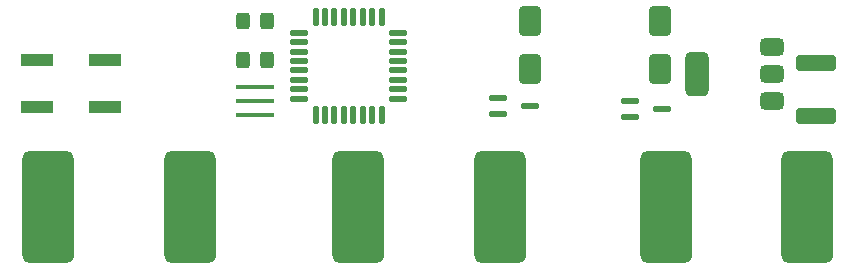
<source format=gbr>
%TF.GenerationSoftware,KiCad,Pcbnew,9.0.3*%
%TF.CreationDate,2025-12-06T16:05:57+01:00*%
%TF.ProjectId,arduinoController,61726475-696e-46f4-936f-6e74726f6c6c,rev?*%
%TF.SameCoordinates,Original*%
%TF.FileFunction,Paste,Top*%
%TF.FilePolarity,Positive*%
%FSLAX46Y46*%
G04 Gerber Fmt 4.6, Leading zero omitted, Abs format (unit mm)*
G04 Created by KiCad (PCBNEW 9.0.3) date 2025-12-06 16:05:57*
%MOMM*%
%LPD*%
G01*
G04 APERTURE LIST*
G04 Aperture macros list*
%AMRoundRect*
0 Rectangle with rounded corners*
0 $1 Rounding radius*
0 $2 $3 $4 $5 $6 $7 $8 $9 X,Y pos of 4 corners*
0 Add a 4 corners polygon primitive as box body*
4,1,4,$2,$3,$4,$5,$6,$7,$8,$9,$2,$3,0*
0 Add four circle primitives for the rounded corners*
1,1,$1+$1,$2,$3*
1,1,$1+$1,$4,$5*
1,1,$1+$1,$6,$7*
1,1,$1+$1,$8,$9*
0 Add four rect primitives between the rounded corners*
20,1,$1+$1,$2,$3,$4,$5,0*
20,1,$1+$1,$4,$5,$6,$7,0*
20,1,$1+$1,$6,$7,$8,$9,0*
20,1,$1+$1,$8,$9,$2,$3,0*%
G04 Aperture macros list end*
%ADD10RoundRect,0.660000X-1.540000X-4.090000X1.540000X-4.090000X1.540000X4.090000X-1.540000X4.090000X0*%
%ADD11RoundRect,0.250000X-0.650000X1.000000X-0.650000X-1.000000X0.650000X-1.000000X0.650000X1.000000X0*%
%ADD12RoundRect,0.112500X-0.637500X0.112500X-0.637500X-0.112500X0.637500X-0.112500X0.637500X0.112500X0*%
%ADD13RoundRect,0.250000X-0.325000X-0.450000X0.325000X-0.450000X0.325000X0.450000X-0.325000X0.450000X0*%
%ADD14R,2.750000X1.000000*%
%ADD15R,3.200000X0.400000*%
%ADD16RoundRect,0.250000X1.450000X-0.400000X1.450000X0.400000X-1.450000X0.400000X-1.450000X-0.400000X0*%
%ADD17RoundRect,0.137500X-0.600000X-0.137500X0.600000X-0.137500X0.600000X0.137500X-0.600000X0.137500X0*%
%ADD18RoundRect,0.137500X-0.137500X-0.600000X0.137500X-0.600000X0.137500X0.600000X-0.137500X0.600000X0*%
%ADD19RoundRect,0.375000X0.625000X0.375000X-0.625000X0.375000X-0.625000X-0.375000X0.625000X-0.375000X0*%
%ADD20RoundRect,0.500000X0.500000X1.400000X-0.500000X1.400000X-0.500000X-1.400000X0.500000X-1.400000X0*%
G04 APERTURE END LIST*
D10*
%TO.C,J4*%
X181000000Y-97500000D03*
X169000000Y-97500000D03*
%TD*%
D11*
%TO.C,D2*%
X183500000Y-85750000D03*
X183500000Y-81750000D03*
%TD*%
D12*
%TO.C,Q1*%
X194660000Y-89150000D03*
X192000000Y-89800000D03*
X192000000Y-88500000D03*
%TD*%
D11*
%TO.C,D1*%
X194500000Y-85750000D03*
X194500000Y-81750000D03*
%TD*%
D13*
%TO.C,D4*%
X159200000Y-85000000D03*
X161250000Y-85000000D03*
%TD*%
D10*
%TO.C,J2*%
X142750000Y-97500000D03*
X154750000Y-97500000D03*
%TD*%
D12*
%TO.C,Q2*%
X180840000Y-88250000D03*
X180840000Y-89550000D03*
X183500000Y-88900000D03*
%TD*%
D14*
%TO.C,SW1*%
X141750000Y-85000000D03*
X147510000Y-85000000D03*
X141750000Y-89000000D03*
X147510000Y-89000000D03*
%TD*%
D15*
%TO.C,Y1*%
X160250000Y-89700000D03*
X160250000Y-88500000D03*
X160250000Y-87300000D03*
%TD*%
D16*
%TO.C,F1*%
X207750000Y-89750000D03*
X207750000Y-85300000D03*
%TD*%
D17*
%TO.C,U1*%
X164000000Y-82700000D03*
X164000000Y-83500000D03*
X164000000Y-84300000D03*
X164000000Y-85100000D03*
X164000000Y-85900000D03*
X164000000Y-86700000D03*
X164000000Y-87500000D03*
X164000000Y-88300000D03*
D18*
X165362500Y-89662500D03*
X166162500Y-89662500D03*
X166962500Y-89662500D03*
X167762500Y-89662500D03*
X168562500Y-89662500D03*
X169362500Y-89662500D03*
X170162500Y-89662500D03*
X170962500Y-89662500D03*
D17*
X172325000Y-88300000D03*
X172325000Y-87500000D03*
X172325000Y-86700000D03*
X172325000Y-85900000D03*
X172325000Y-85100000D03*
X172325000Y-84300000D03*
X172325000Y-83500000D03*
X172325000Y-82700000D03*
D18*
X170962500Y-81337500D03*
X170162500Y-81337500D03*
X169362500Y-81337500D03*
X168562500Y-81337500D03*
X167762500Y-81337500D03*
X166962500Y-81337500D03*
X166162500Y-81337500D03*
X165362500Y-81337500D03*
%TD*%
D13*
%TO.C,D3*%
X159200000Y-81750000D03*
X161250000Y-81750000D03*
%TD*%
D19*
%TO.C,U3*%
X204000000Y-88500000D03*
X204000000Y-86200000D03*
D20*
X197700000Y-86200000D03*
D19*
X204000000Y-83900000D03*
%TD*%
D10*
%TO.C,J3*%
X195000000Y-97500000D03*
X207000000Y-97500000D03*
%TD*%
M02*

</source>
